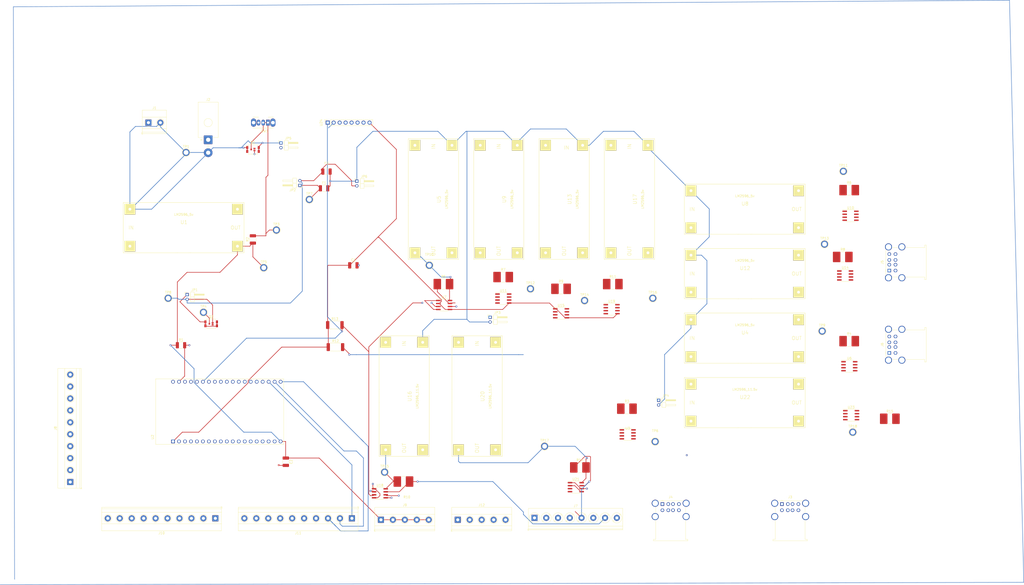
<source format=kicad_pcb>
(kicad_pcb (version 20211014) (generator pcbnew)
  (layers (0 "F.Cu" signal) (1 "In1.Cu" signal) (2 "In2.Cu" signal) (31 "B.Cu" signal) (34 "B.Paste" user) (35 "F.Paste" user) (36 "B.SilkS" user "B.Silkscreen") (37 "F.SilkS" user "F.Silkscreen") (38 "B.Mask" user) (39 "F.Mask" user) (44 "Edge.Cuts" user))
  (net 0 "")
  (net 1 "/power_conversion/pi 5v")
  (net 2 "-BATT")
  (net 3 "Net-(J9-Pad1)")
  (net 4 "Net-(F1-Pad1)")
  (net 5 "Net-(F1-Pad2)")
  (net 6 "/power_conversion/battery+")
  (net 7 "+BATT")
  (net 8 "/power_conversion/N4")
  (net 11 "/power_conversion/N3")
  (net 14 "/power_conversion/N1")
  (net 17 "/power_conversion/N2")
  (net 20 "/power_conversion/netpw")
  (net 23 "/power_conversion/pi3")
  (net 26 "/power_conversion/pi2")
  (net 29 "/power_conversion/pi1")
  (net 33 "/power_conversion/routerp")
  (net 34 "/power_conversion/spare1")
  (net 35 "/power_conversion/spare2")
  (net 36 "Net-(J8-Pad1)")
  (net 37 "Net-(J8-Pad2)")
  (net 38 "Net-(J8-Pad3)")
  (net 39 "Net-(J8-Pad4)")
  (net 40 "Net-(J8-Pad5)")
  (net 41 "Net-(J8-Pad6)")
  (net 42 "Net-(J8-Pad7)")
  (net 43 "Net-(J8-Pad8)")
  (net 44 "Net-(J8-Pad9)")
  (net 45 "Net-(J8-Pad10)")
  (net 46 "Net-(J10-Pad1)")
  (net 47 "Net-(J10-Pad2)")
  (net 48 "Net-(J10-Pad3)")
  (net 49 "Net-(J10-Pad4)")
  (net 50 "Net-(J10-Pad5)")
  (net 51 "Net-(J10-Pad6)")
  (net 52 "Net-(J10-Pad7)")
  (net 53 "Net-(J10-Pad8)")
  (net 54 "Net-(J10-Pad9)")
  (net 55 "Net-(J11-Pad1)")
  (net 56 "Net-(J11-Pad2)")
  (net 57 "Net-(J11-Pad3)")
  (net 58 "Net-(J11-Pad4)")
  (net 59 "Net-(J11-Pad5)")
  (net 60 "Net-(J11-Pad6)")
  (net 61 "Net-(J11-Pad7)")
  (net 62 "Net-(J11-Pad8)")
  (net 63 "Net-(J11-Pad9)")
  (net 64 "Net-(J11-Pad10)")
  (net 65 "Net-(JP1-Pad1)")
  (net 66 "Net-(JP3-Pad1)")
  (net 67 "Net-(JP4-Pad1)")
  (net 68 "Net-(Q1-Pad2)")
  (net 69 "Net-(Q2-Pad2)")
  (net 70 "Net-(R4-Pad2)")
  (net 71 "Net-(R5-Pad2)")
  (net 72 "Net-(R6-Pad2)")
  (net 73 "Net-(R7-Pad2)")
  (net 74 "Net-(R8-Pad2)")
  (net 75 "Net-(R9-Pad2)")
  (net 76 "Net-(R10-Pad2)")
  (net 77 "Net-(R11-Pad2)")
  (net 78 "/power_conversion/SCL")
  (net 79 "/power_conversion/SDA")
  (net 80 "Net-(R14-Pad2)")
  (net 81 "Net-(R15-Pad2)")
  (footprint "Package_SO:SOIC-8_3.9x4.9mm_P1.27mm" (layer "F.Cu") (at 397.764 306.324)
    (fp_text reference "U14")
    (fp_text value "INA219AxD")
  )
  (footprint "TerminalBlock_Phoenix:TerminalBlock_Phoenix_MKDS-1,5-10-5.08_1x10_P5.08mm_Horizontal" (layer "F.Cu") (at 130.048 409.651 180)
    (fp_text reference "J10")
    (fp_text value "Screw_Terminal_01x10")
  )
  (footprint "TestPoint:TestPoint_Plated_Hole_D2.0mm" (layer "F.Cu") (at 317 377)
    (fp_text reference "TP6")
    (fp_text value "TestPoint")
  )
  (footprint "Connector_PinHeader_2.00mm:PinHeader_1x02_P2.00mm_Horizontal" (layer "F.Cu") (at 157.936 249.952)
    (fp_text reference "JP5")
    (fp_text value "Jumper_2_Open")
  )
  (footprint "Connector_Molex:Molex_Mega-Fit_76825-0002_2x01_P5.70mm_Horizontal" (layer "F.Cu") (at 127 248.6)
    (fp_text reference "J2")
    (fp_text value "76825-0002")
  )
  (footprint "lm2596:DC_DC_LM2596_small" (layer "F.Cu") (at 355.092 278.13)
    (fp_text reference "U8")
    (fp_text value "LM2596_5v")
  )
  (footprint "TerminalBlock_Phoenix:TerminalBlock_Phoenix_MKDS-1,5-5-5.08_1x05_P5.08mm_Horizontal" (layer "F.Cu") (at 200.439 410.261)
    (fp_text reference "J9")
    (fp_text value "5v block")
  )
  (footprint "Resistor_SMD:R_2816_7142Metric_Pad3.20x4.45mm_HandSolder" (layer "F.Cu") (at 416.754 367.284)
    (fp_text reference "R15")
    (fp_text value "0.1")
  )
  (footprint "TestPoint:TestPoint_Plated_Hole_D2.0mm" (layer "F.Cu") (at 388 330)
    (fp_text reference "TP9")
    (fp_text value "TestPoint")
  )
  (footprint "Resistor_SMD:R_2816_7142Metric_Pad3.20x4.45mm_HandSolder" (layer "F.Cu") (at 305 363)
    (fp_text reference "R3")
    (fp_text value "0.1")
  )
  (footprint "Package_SO:SOIC-8_3.9x4.9mm_P1.27mm" (layer "F.Cu") (at 305.314 373.922)
    (fp_text reference "U3")
    (fp_text value "INA219AxD")
  )
  (footprint "lm2596:DC_DC_LM2596_small" (layer "F.Cu") (at 250.528666 273.812 -90)
    (fp_text reference "U9")
    (fp_text value "LM2596_5v")
  )
  (footprint "TestPoint:TestPoint_Plated_Hole_D2.0mm" (layer "F.Cu") (at 264 312)
    (fp_text reference "TP12")
    (fp_text value "TestPoint")
  )
  (footprint "lm2596:DC_DC_LM2596_small" (layer "F.Cu") (at 355.092 305.562)
    (fp_text reference "U12")
    (fp_text value "LM2596_5v")
  )
  (footprint "Resistor_SMD:R_2816_7142Metric_Pad3.20x4.45mm_HandSolder" (layer "F.Cu") (at 252.4 307)
    (fp_text reference "R7")
    (fp_text value "0.1")
  )
  (footprint "Capacitor_SMD:C_1210_3225Metric_Pad1.33x2.70mm_HandSolder" (layer "F.Cu") (at 188.722 302.006)
    (fp_text reference "C1")
    (fp_text value "0.1uF")
  )
  (footprint "Resistor_SMD:R_1210_3225Metric_Pad1.30x2.65mm_HandSolder" (layer "F.Cu") (at 115.45 336)
    (fp_text reference "R1")
    (fp_text value "10k")
  )
  (footprint "lm2596:DC_DC_LM2596_small" (layer "F.Cu") (at 355.092 332.994)
    (fp_text reference "U4")
    (fp_text value "LM2596_5v")
  )
  (footprint "TestPoint:TestPoint_Plated_Hole_D2.0mm" (layer "F.Cu") (at 170 274)
    (fp_text reference "TP7")
    (fp_text value "TestPoint")
  )
  (footprint "TestPoint:TestPoint_Plated_Hole_D2.0mm" (layer "F.Cu") (at 156 287)
    (fp_text reference "TP3")
    (fp_text value "TestPoint")
  )
  (footprint "Resistor_SMD:R_2816_7142Metric_Pad3.20x4.45mm_HandSolder" (layer "F.Cu") (at 227 310)
    (fp_text reference "R5")
    (fp_text value "0.1")
  )
  (footprint "TestPoint:TestPoint_Plated_Hole_D2.0mm" (layer "F.Cu") (at 150.622 303.022)
    (fp_text reference "TP5")
    (fp_text value "TestPoint")
  )
  (footprint "Resistor_SMD:R_1210_3225Metric_Pad1.30x2.65mm_HandSolder" (layer "F.Cu") (at 146 291 90)
    (fp_text reference "R2")
    (fp_text value "10k")
  )
  (footprint "lm2596:DC_DC_LM2596_small" (layer "F.Cu") (at 222.758 273.812 -90)
    (fp_text reference "U5")
    (fp_text value "LM2596_5v")
  )
  (footprint "TestPoint:TestPoint_Plated_Hole_D2.0mm" (layer "F.Cu") (at 316 316)
    (fp_text reference "TP16")
    (fp_text value "TestPoint")
  )
  (footprint "Resistor_SMD:R_2816_7142Metric_Pad3.20x4.45mm_HandSolder" (layer "F.Cu") (at 399.482 270.002)
    (fp_text reference "R6")
    (fp_text value "0.1")
  )
  (footprint "lm2596:DC_DC_LM2596_small" (layer "F.Cu") (at 241.3 357.632 -90)
    (fp_text reference "U20")
    (fp_text value "LM2596_11.5v")
  )
  (footprint "Package_SO:SOIC-8_3.9x4.9mm_P1.27mm" (layer "F.Cu") (at 400.05 280.924)
    (fp_text reference "U10")
    (fp_text value "INA219AxD")
  )
  (footprint "Connector_PinHeader_2.00mm:PinHeader_1x02_P2.00mm_Horizontal" (layer "F.Cu") (at 190.194 266.208)
    (fp_text reference "JP6")
    (fp_text value "Jumper_2_Open")
  )
  (footprint "TestPoint:TestPoint_Plated_Hole_D2.0mm" (layer "F.Cu") (at 202 390)
    (fp_text reference "TP15")
    (fp_text value "TestPoint")
  )
  (footprint "TestPoint:TestPoint_Plated_Hole_D2.0mm" (layer "F.Cu") (at 117.602 254)
    (fp_text reference "TP1")
    (fp_text value "TestPoint")
  )
  (footprint "lm2596:DC_DC_LM2596_small" (layer "F.Cu") (at 278.299332 273.812 -90)
    (fp_text reference "U13")
    (fp_text value "LM2596_5v")
  )
  (footprint "Package_SO:SOIC-8_3.9x4.9mm_P1.27mm" (layer "F.Cu") (at 277 322.414)
    (fp_text reference "U15")
    (fp_text value "INA219AxD")
  )
  (footprint "TerminalBlock_Phoenix:TerminalBlock_Phoenix_MKDS-1,5-10-5.08_1x10_P5.08mm_Horizontal" (layer "F.Cu") (at 68.377 394.208 90)
    (fp_text reference "J8")
    (fp_text value "Screw_Terminal_01x10")
  )
  (footprint "Package_SO:SOIC-8_3.9x4.9mm_P1.27mm" (layer "F.Cu") (at 227.314 318.89)
    (fp_text reference "U7")
    (fp_text value "INA219AxD")
  )
  (footprint "TerminalBlock_Phoenix:TerminalBlock_Phoenix_MKDS-1,5-2-5.08_1x02_P5.08mm_Horizontal" (layer "F.Cu") (at 101.6 241.3)
    (fp_text reference "J1")
    (fp_text value "Screw_Terminal_01x02")
  )
  (footprint "TestPoint:TestPoint_Plated_Hole_D2.0mm" (layer "F.Cu") (at 270 379)
    (fp_text reference "TP17")
    (fp_text value "TestPoint")
  )
  (footprint "Resistor_SMD:R_2816_7142Metric_Pad3.20x4.45mm_HandSolder" (layer "F.Cu") (at 399.482 334.264)
    (fp_text reference "R4")
    (fp_text value "0.1")
  )
  (footprint "TestPoint:TestPoint_Plated_Hole_D2.0mm" (layer "F.Cu") (at 389 293)
    (fp_text reference "TP13")
    (fp_text value "TestPoint")
  )
  (footprint "Package_DirectFET:DirectFET_ST" (layer "F.Cu") (at 128.27 326.898)
    (fp_text reference "Q2")
    (fp_text value "IRF6623")
  )
  (footprint "Resistor_SMD:R_2816_7142Metric_Pad3.20x4.45mm_HandSolder" (layer "F.Cu") (at 210 394 180)
    (fp_text reference "R10")
    (fp_text value "0.1")
  )
  (footprint "Capacitor_SMD:C_1210_3225Metric_Pad1.33x2.70mm_HandSolder" (layer "F.Cu") (at 160 385.5625 -90)
    (fp_text reference "C2")
    (fp_text value "0.1")
  )
  (footprint "Connector_USB:USB_A_Wuerth_61400826021_Horizontal_Stacked" (layer "F.Cu") (at 416.538 339.288 90)
    (fp_text reference "J6")
    (fp_text value "USB_A_Stacked")
  )
  (footprint "Connector_PinHeader_2.00mm:PinHeader_1x02_P2.00mm_Horizontal" (layer "F.Cu") (at 246.836 324.12)
    (fp_text reference "JP3")
    (fp_text value "Jumper_2_Open")
  )
  (footprint "lm2596:DC_DC_LM2596_small" (layer "F.Cu") (at 306.07 273.812 -90)
    (fp_text reference "U17")
    (fp_text value "LM2596_5v")
  )
  (footprint "Package_SO:SOIC-8_3.9x4.9mm_P1.27mm" (layer "F.Cu") (at 200 399)
    (fp_text reference "U18")
    (fp_text value "INA219AxD")
  )
  (footprint "Resistor_SMD:R_2512_6332Metric_Pad1.40x3.35mm_HandSolder" (layer "F.Cu") (at 180.846 327.406)
    (fp_text reference "R13")
    (fp_text value "3.3K")
  )
  (footprint "Connector_USB:USB_A_Wuerth_61400826021_Horizontal_Stacked" (layer "F.Cu") (at 370.896 403.584)
    (fp_text reference "J3")
    (fp_text value "USB_A_Stacked")
  )
  (footprint "Resistor_SMD:R_2816_7142Metric_Pad3.20x4.45mm_HandSolder" (layer "F.Cu") (at 396.748 298.45)
    (fp_text reference "R8")
    (fp_text value "0.1")
  )
  (footprint "Package_SO:SOIC-8_3.9x4.9mm_P1.27mm" (layer "F.Cu") (at 298.492 320.668)
    (fp_text reference "U19")
    (fp_text value "INA219AxD")
  )
  (footprint "Resistor_SMD:R_2816_7142Metric_Pad3.20x4.45mm_HandSolder" (layer "F.Cu") (at 285 388)
    (fp_text reference "R14")
    (fp_text value "0.1")
  )
  (footprint "Package_SO:SOIC-8_3.9x4.9mm_P1.27mm" (layer "F.Cu") (at 399.542 344.932)
    (fp_text reference "U6")
    (fp_text value "INA219AxD")
  )
  (footprint "Connector_USB:USB_A_Wuerth_61400826021_Horizontal_Stacked" (layer "F.Cu") (at 416.538 304.236 90)
    (fp_text reference "J5")
    (fp_text value "USB_A_Stacked")
  )
  (footprint "Button_Switch_THT:SW_CuK_OS102011MA1QN1_SPDT_Angled" (layer "F.Cu") (at 152.4 241.3 180)
    (fp_text reference "SW1")
    (fp_text value "SW_SPDT")
  )
  (footprint "TestPoint:TestPoint_Plated_Hole_D2.0mm" (layer "F.Cu") (at 401 373)
    (fp_text reference "TP18")
    (fp_text value "TestPoint")
  )
  (footprint "Connector_PinHeader_2.00mm:PinHeader_1x02_P2.00mm_Horizontal" (layer "F.Cu") (at 318.464 359.426)
    (fp_text reference "JP4")
    (fp_text value "Jumper_2_Open")
  )
  (footprint "Resistor_SMD:R_2512_6332Metric_Pad1.40x3.35mm_HandSolder" (layer "F.Cu") (at 181.102 336.804)
    (fp_text reference "R12")
    (fp_text value "3.3K")
  )
  (footprint "Package_SO:SOIC-8_3.9x4.9mm_P1.27mm" (layer "F.Cu") (at 252.46 316.144)
    (fp_text reference "U11")
    (fp_text value "INA219AxD")
  )
  (footprint "Connector_PinSocket_2.54mm:PinSocket_1x08_P2.54mm_Vertical" (layer "F.Cu") (at 177.8 241.3 90)
    (fp_text reference "U24")
    (fp_text value "MCP9808_MSOP")
  )
  (footprint "TerminalBlock_Phoenix:TerminalBlock_Phoenix_MKDS-1,5-5-5.08_1x05_P5.08mm_Horizontal" (layer "F.Cu") (at 233.0945 410.261)
    (fp_text reference "J12")
    (fp_text value "gnd block")
  )
  (footprint "Resistor_SMD:R_1210_3225Metric_Pad1.30x2.65mm_HandSolder" (layer "F.Cu") (at 176.276 269.24)
    (fp_text reference "F1")
    (fp_text value "1210L900SLPR")
  )
  (footprint "libary:MODULE_ESP32-DEVKITC-32D" (layer "F.Cu") (at 131.826 364.236 90)
    (fp_text reference "U2")
    (fp_text value "ESP32-DEVKITC-32D")
  )
  (footprint "Resistor_SMD:R_2816_7142Metric_Pad3.20x4.45mm_HandSolder" (layer "F.Cu") (at 277 312)
    (fp_text reference "R9")
    (fp_text value "0.1")
  )
  (footprint "Package_DirectFET:DirectFET_ST" (layer "F.Cu") (at 146.05 252.73)
    (fp_text reference "Q1")
    (fp_text value "IRF6623")
  )
  (footprint "Resistor_SMD:R_1210_3225Metric_Pad1.30x2.65mm_HandSolder" (layer "F.Cu") (at 177.292 262.128)
    (fp_text reference "F2")
    (fp_text value "1210L900SLPR")
  )
  (footprint "Connector_PinHeader_2.00mm:PinHeader_1x02_P2.00mm_Horizontal" (layer "F.Cu") (at 166 268 180)
    (fp_text reference "JP2")
    (fp_text value "Jumper_2_Open")
  )
  (footprint "Package_SO:SOIC-8_3.9x4.9mm_P1.27mm" (layer "F.Cu") (at 283.282 396.382)
    (fp_text reference "U21")
    (fp_text value "INA219AxD")
  )
  (footprint "lm2596:DC_DC_LM2596_small" (layer "F.Cu") (at 355.092 360.426)
    (fp_text reference "U22")
    (fp_text value "LM2596_11.5v")
  )
  (footprint "TestPoint:TestPoint_Plated_Hole_D2.0mm" (layer "F.Cu") (at 221 302)
    (fp_text reference "TP10")
    (fp_text value "TestPoint")
  )
  (footprint "Connector_USB:USB_A_Wuerth_61400826021_Horizontal_Stacked" (layer "F.Cu") (at 320.096 403.584)
    (fp_text reference "J4")
    (fp_text value "USB_A_Stacked")
  )
  (footprint "Resistor_SMD:R_2816_7142Metric_Pad3.20x4.45mm_HandSolder" (layer "F.Cu") (at 299 310)
    (fp_text reference "R11")
    (fp_text value "0.1")
  )
  (footprint "TerminalBlock_Phoenix:TerminalBlock_Phoenix_MKDS-1,5-10-5.08_1x10_P5.08mm_Horizontal" (layer "F.Cu") (at 188.1035 409.651 180)
    (fp_text reference "J11")
    (fp_text value "Screw_Terminal_01x10")
  )
  (footprint "lm2596:DC_DC_LM2596_small" (layer "F.Cu") (at 210.312 357.632 -90)
    (fp_text reference "U16")
    (fp_text value "LM2596_11.5v")
  )
  (footprint "TestPoint:TestPoint_Plated_Hole_D2.0mm" (layer "F.Cu") (at 110 316)
    (fp_text reference "TP8")
    (fp_text value "TestPoint")
  )
  (footprint "Connector_PinHeader_2.00mm:PinHeader_1x02_P2.00mm_Horizontal" (layer "F.Cu") (at 118.058 314.468)
    (fp_text reference "JP1")
    (fp_text value "Jumper_2_Open")
  )
  (footprint "lm2596:DC_DC_LM2596_small" (layer "F.Cu") (at 116.586 286.004)
    (fp_text reference "U1")
    (fp_text value "LM2596_5v")
  )
  (footprint "TestPoint:TestPoint_Plated_Hole_D2.0mm" (layer "F.Cu") (at 287 317)
    (fp_text reference "TP14")
    (fp_text value "TestPoint")
  )
  (footprint "TestPoint:TestPoint_Plated_Hole_D2.0mm" (layer "F.Cu") (at 125 322)
    (fp_text reference "TP4")
    (fp_text value "TestPoint")
  )
  (footprint "TestPoint:TestPoint_Plated_Hole_D2.0mm" (layer "F.Cu") (at 397 262)
    (fp_text reference "TP11")
    (fp_text value "TestPoint")
  )
  (footprint "TerminalBlock_Phoenix:TerminalBlock_Phoenix_PT-1,5-8-5.0-H_1x08_P5.00mm_Horizontal" (layer "F.Cu") (at 265.71 409.456)
    (fp_text reference "J7")
    (fp_text value "Screw_Terminal_01x08")
  )
  (footprint "Package_SO:SOIC-8_3.9x4.9mm_P1.27mm" (layer "F.Cu") (at 400.304 365.76)
    (fp_text reference "U23")
    (fp_text value "INA219AxD")
  )
  (gr_line (start 473.71 436.88) (end 467.614 189.23) (layer "B.Cu") (width 0.2))
  (gr_line (start 467.614 189.23) (end 44.196 192.024) (layer "B.Cu") (width 0.2))
  (gr_line (start 44.196 192.024) (end 44.704 435.61) (layer "B.Cu") (width 0.2))
  (gr_line (start 38.608 437.896) (end 473.71 436.88) (layer "B.Cu") (width 0.2))
  (via (at 330.454 382.778) (size 0.8) (drill 0.4) (layers "F.Cu" "B.Cu") (net 0))
  (segment (start 143.981489 352.018511) (end 123 373) (width 0.25) (layer "F.Cu") (net 1))
  (segment (start 187.1595 302.006) (end 178.006 302.006) (width 0.25) (layer "F.Cu") (net 1))
  (segment (start 225.215072 318.255) (end 224.839 318.255) (width 0.25) (layer "F.Cu") (net 1))
  (segment (start 272.065 318.049) (end 274.525 320.509) (width 0.25) (layer "F.Cu") (net 1))
  (segment (start 178.006 302.006) (end 177.796 302.216) (width 0.25) (layer "F.Cu") (net 1))
  (segment (start 187.1595 302.006) (end 207 282.1655) (width 0.25) (layer "F.Cu") (net 1))
  (segment (start 116.002 373) (end 112.066 376.936) (width 0.25) (layer "F.Cu") (net 1))
  (segment (start 178.052 336.804) (end 158.255984 336.804) (width 0.25) (layer "F.Cu") (net 1))
  (segment (start 279.475 324.319) (end 299.221 324.319) (width 0.25) (layer "F.Cu") (net 1))
  (segment (start 227.755072 320.795) (end 225.215072 318.255) (width 0.25) (layer "F.Cu") (net 1))
  (segment (start 282.840928 395.747) (end 280.807 395.747) (width 0.25) (layer "F.Cu") (net 1))
  (segment (start 278.711072 324.319) (end 279.475 324.319) (width 0.25) (layer "F.Cu") (net 1))
  (segment (start 274.901072 320.509) (end 278.711072 324.319) (width 0.25) (layer "F.Cu") (net 1))
  (segment (start 299.221 324.319) (end 300.967 322.573) (width 0.25) (layer "F.Cu") (net 1))
  (segment (start 158.255984 336.804) (end 143.981489 351.078495) (width 0.25) (layer "F.Cu") (net 1))
  (segment (start 226.13852 317.331552) (end 226.13852 316.638448) (width 0.25) (layer "F.Cu") (net 1))
  (segment (start 207 252.72) (end 195.58 241.3) (width 0.25) (layer "F.Cu") (net 1))
  (segment (start 143.981489 351.078495) (end 143.981489 352.018511) (width 0.25) (layer "F.Cu") (net 1))
  (segment (start 226.13852 316.638448) (end 199.582822 290.08275) (width 0.25) (layer "F.Cu") (net 1))
  (segment (start 178.052 327.662) (end 177.796 327.406) (width 0.25) (layer "F.Cu") (net 1))
  (segment (start 285.757 398.287) (end 285.380928 398.287) (width 0.25) (layer "F.Cu") (net 1))
  (segment (start 199.582822 290.08275) (end 199.08275 290.08275) (width 0.25) (layer "F.Cu") (net 1))
  (segment (start 177.796 302.216) (end 177.796 327.406) (width 0.25) (layer "F.Cu") (net 1))
  (segment (start 274.525 320.509) (end 274.901072 320.509) (width 0.25) (layer "F.Cu") (net 1))
  (segment (start 202.475 400.905) (end 204.905 400.905) (width 0.25) (layer "F.Cu") (net 1))
  (segment (start 254.935 318.049) (end 272.065 318.049) (width 0.25) (layer "F.Cu") (net 1))
  (segment (start 229.789 320.795) (end 252.189 320.795) (width 0.25) (layer "F.Cu") (net 1))
  (segment (start 123 373) (end 116.002 373) (width 0.25) (layer "F.Cu") (net 1))
  (segment (start 207 282.1655) (end 207 252.72) (width 0.25) (layer "F.Cu") (net 1))
  (segment (start 225.215072 318.255) (end 226.13852 317.331552) (width 0.25) (layer "F.Cu") (net 1))
  (segment (start 178.052 336.804) (end 178.052 327.662) (width 0.25) (layer "F.Cu") (net 1))
  (segment (start 285.380928 398.287) (end 282.840928 395.747) (width 0.25) (layer "F.Cu") (net 1))
  (segment (start 229.789 320.795) (end 227.755072 320.795) (width 0.25) (layer "F.Cu") (net 1))
  (segment (start 252.189 320.795) (end 254.935 318.049) (width 0.25) (layer "F.Cu") (net 1))
  (via (at 204.905 400.905) (size 0.8) (drill 0.4) (layers "F.Cu" "B.Cu") (net 1))
  (segment (start 190.2905 302) (end 190.2845 302.006) (width 0.25) (layer "F.Cu") (net 2))
  (segment (start 202.84 400) (end 202.475 399.635) (width 0.25) (layer "F.Cu") (net 2))
  (segment (start 197.16 398) (end 196 398) (width 0.25) (layer "F.Cu") (net 2))
  (segment (start 286.150072 397) (end 288 397) (width 0.25) (layer "F.Cu") (net 2))
  (segment (start 285.757 397.017) (end 286.133072 397.017) (width 0.25) (layer "F.Cu") (net 2))
  (segment (start 286.133072 397.017) (end 286.150072 397) (width 0.25) (layer "F.Cu") (net 2))
  (segment (start 160 387.125) (end 157.125 387.125) (width 0.25) (layer "F.Cu") (net 2))
  (segment (start 208 400) (end 202.84 400) (width 0.25) (layer "F.Cu") (net 2))
  (segment (start 197.525 398.365) (end 197.16 398) (width 0.25) (layer "F.Cu") (net 2))
  (segment (start 280.807 394.477) (end 282.840928 394.477) (width 0.25) (layer "F.Cu") (net 2))
  (segment (start 285.380928 397.017) (end 285.757 397.017) (width 0.25) (layer "F.Cu") (net 2))
  (segment (start 229.789 319.525) (end 232.475 319.525) (width 0.25) (layer "F.Cu") (net 2))
  (segment (start 282.840928 394.477) (end 285.380928 397.017) (width 0.25) (layer "F.Cu") (net 2))
  (segment (start 191 302) (end 190.2905 302) (width 0.25) (layer "F.Cu") (net 2))
  (segment (start 157.125 387.125) (end 157 387) (width 0.25) (layer "F.Cu") (net 2))
  (via (at 196 398) (size 0.8) (drill 0.4) (layers "F.Cu" "B.Cu") (net 2))
  (via (at 157 387) (size 0.8) (drill 0.4) (layers "F.Cu" "B.Cu") (remove_unused_layers) (net 2))
  (via (at 191 302) (size 0.8) (drill 0.4) (layers "F.Cu" "B.Cu") (net 2))
  (via (at 232.475 319.525) (size 0.8) (drill 0.4) (layers "F.Cu" "B.Cu") (net 2))
  (via (at 208 400) (size 0.8) (drill 0.4) (layers "F.Cu" "B.Cu") (net 2))
  (via (at 288 397) (size 0.8) (drill 0.4) (layers "F.Cu" "B.Cu") (net 2))
  (segment (start 157.786 376.936) (end 159.936 376.936) (width 0.25) (layer "F.Cu") (net 3))
  (segment (start 159.936 376.936) (end 159.943 376.936) (width 0.25) (layer "F.Cu") (net 3))
  (segment (start 113.9 309.1) (end 113.9 336) (width 0.25) (layer "F.Cu") (net 3))
  (segment (start 215.679 410.261) (end 220.759 410.261) (width 0.25) (layer "F.Cu") (net 3))
  (segment (start 139.446 293.878) (end 139.446 297.554) (width 0.25) (layer "F.Cu") (net 3))
  (segment (start 144.672 293.878) (end 146 292.55) (width 0.25) (layer "F.Cu") (net 3))
  (segment (start 200.439 410.261) (end 205.519 410.261) (width 0.25) (layer "F.Cu") (net 3))
  (segment (start 146 298.4) (end 150.622 303.022) (width 0.25) (layer "F.Cu") (net 3))
  (segment (start 160 384) (end 174.178 384) (width 0.25) (layer "F.Cu") (net 3))
  (segment (start 159.936 376.936) (end 159.936 383.936) (width 0.25) (layer "F.Cu") (net 3))
  (segment (start 210.599 410.261) (end 215.679 410.261) (width 0.25) (layer "F.Cu") (net 3))
  (segment (start 174.178 384) (end 200.439 410.261) (width 0.25) (layer "F.Cu") (net 3))
  (segment (start 139.446 293.878) (end 144.672 293.878) (width 0.25) (layer "F.Cu") (net 3))
  (segment (start 113.9 336) (end 111 336) (width 0.25) (layer "F.Cu") (net 3))
  (segment (start 132 305) (end 118 305) (width 0.25) (layer "F.Cu") (net 3))
  (segment (start 118 305) (end 113.9 309.1) (width 0.25) (layer "F.Cu") (net 3))
  (segment (start 159.936 383.936) (end 160 384) (width 0.25) (layer "F.Cu") (net 3))
  (segment (start 146 292.55) (end 146 298.4) (width 0.25) (layer "F.Cu") (net 3))
  (segment (start 139.446 297.554) (end 132 305) (width 0.25) (layer "F.Cu") (net 3))
  (segment (start 205.519 410.261) (end 210.599 410.261) (width 0.25) (layer "F.Cu") (net 3))
  (via (at 111 336) (size 0.8) (drill 0.4) (layers "F.Cu" "B.Cu") (net 3))
  (segment (start 121 351.872016) (end 142.127984 373) (width 0.25) (layer "B.Cu") (net 3))
  (segment (start 111 336) (end 121 346) (width 0.25) (layer "B.Cu") (net 3))
  (segment (start 142.127984 373) (end 153.85 373) (width 0.25) (layer "B.Cu") (net 3))
  (segment (start 153.85 373) (end 157.786 376.936) (width 0.25) (layer "B.Cu") (net 3))
  (segment (start 121 346) (end 121 351.872016) (width 0.25) (layer "B.Cu") (net 3))
  (segment (start 174.726 269.24) (end 174.726 269.274) (width 0.25) (layer "F.Cu") (net 4))
  (segment (start 174.726 269.274) (end 170 274) (width 0.25) (layer "F.Cu") (net 4))
  (segment (start 166 268) (end 173.486 268) (width 0.25) (layer "F.Cu") (net 4))
  (segment (start 173.486 268) (end 174.726 269.24) (width 0.25) (layer "F.Cu") (net 4))
  (segment (start 178.842 262.128) (end 178.842 266.158) (width 0.25) (layer "F.Cu") (net 5))
  (segment (start 178.842 266.158) (end 178.842 268.224) (width 0.25) (layer "F.Cu") (net 5))
  (segment (start 178.842 268.224) (end 177.826 269.24) (width 0.25) (layer "F.Cu") (net 5))
  (via (at 178.842 266.158) (size 0.8) (drill 0.4) (layers "F.Cu" "B.Cu") (net 5))
  (segment (start 224.68 245) (end 197 245) (width 0.25) (layer "B.Cu") (net 5))
  (segment (start 332.232 325.12) (end 332.232 328.768) (width 0.25) (layer "B.Cu") (net 5))
  (segment (start 332.232 297.688) (end 336.688 297.688) (width 0.25) (layer "B.Cu") (net 5))
  (segment (start 332.232 270.256) (end 340 278.024) (width 0.25) (layer "B.Cu") (net 5))
  (segment (start 178.892 266.208) (end 178.842 266.158) (width 0.25) (layer "B.Cu") (net 5))
  (segment (start 286.173332 250.952) (end 289.048 250.952) (width 0.25) (layer "B.Cu") (net 5))
  (segment (start 237 325) (end 238.12 326.12) (width 0.25) (layer "B.Cu") (net 5))
  (segment (start 237 245) (end 252.450666 245) (width 0.25) (layer "B.Cu") (net 5))
  (segment (start 190.194 251.806) (end 190.194 266.208) (width 0.25) (layer "B.Cu") (net 5))
  (segment (start 258.402666 249.597334) (end 264 244) (width 0.25) (layer "B.Cu") (net 5))
  (segment (start 237 325) (end 223 325) (width 0.25) (layer "B.Cu") (net 5))
  (segment (start 230.632 250.952) (end 224.68 245) (width 0.25) (layer "B.Cu") (net 5))
  (segment (start 339 318.352) (end 332.232 325.12) (width 0.25) (layer "B.Cu") (net 5))
  (segment (start 230.632 250.952) (end 236.584 245) (width 0.25) (layer "B.Cu") (net 5))
  (segment (start 336.688 297.688) (end 339 300) (width 0.25) (layer "B.Cu") (net 5))
  (segment (start 279.221332 244) (end 286.173332 250.952) (width 0.25) (layer "B.Cu") (net 5))
  (segment (start 321 340) (end 321 358.89) (width 0.25) (layer "B.Cu") (net 5))
  (segment (start 218.186 329.814) (end 218.186 334.772) (width 0.25) (layer "B.Cu") (net 5))
  (segment (start 340 278.024) (end 340 289.92) (width 0.25) (layer "B.Cu") (net 5))
  (segment (start 313.944 251.968) (end 332.232 270.256) (width 0.25) (layer "B.Cu") (net 5))
  (segment (start 313.944 250.952) (end 313.944 251.968) (width 0.25) (layer "B.Cu") (net 5))
  (segment (start 307.992 245) (end 313.944 250.952) (width 0.25) (layer "B.Cu") (net 5))
  (segment (start 238.12 326.12) (end 246.836 326.12) (width 0.25) (layer "B.Cu") (net 5))
  (segment (start 258.402666 250.952) (end 258.402666 249.597334) (width 0.25) (layer "B.Cu") (net 5))
  (segment (start 197 245) (end 190.194 251.806) (width 0.25) (layer "B.Cu") (net 5))
  (segment (start 340 289.92) (end 332.232 297.688) (width 0.25) (layer "B.Cu") (net 5))
  (segment (start 236.584 245) (end 237 245) (width 0.25) (layer "B.Cu") (net 5))
  (segment (start 295 245) (end 307.992 245) (width 0.25) (layer "B.Cu") (net 5))
  (segment (start 321 358.89) (end 318.464 361.426) (width 0.25) (layer "B.Cu") (net 5))
  (segment (start 190.194 266.208) (end 178.892 266.208) (width 0.25) (layer "B.Cu") (net 5))
  (segment (start 237 245) (end 237 325) (width 0.25) (layer "B.Cu") (net 5))
  (segment (start 223 325) (end 218.186 329.814) (width 0.25) (layer "B.Cu") (net 5))
  (segment (start 264 244) (end 279.221332 244) (width 0.25) (layer "B.Cu") (net 5))
  (segment (start 252.450666 245) (end 258.402666 250.952) (width 0.25) (layer "B.Cu") (net 5))
  (segment (start 332.232 328.768) (end 321 340) (width 0.25) (layer "B.Cu") (net 5))
  (segment (start 289.048 250.952) (end 295 245) (width 0.25) (layer "B.Cu") (net 5))
  (segment (start 339 300) (end 339 318.352) (width 0.25) (layer "B.Cu") (net 5))
  (segment (start 188.208 268.208) (end 190.194 268.208) (width 0.25) (layer "F.Cu") (net 6))
  (segment (start 177.386 259) (end 181 259) (width 0.25) (layer "F.Cu") (net 6))
  (segment (start 175.742 262.128) (end 175 261.386) (width 0.25) (layer "F.Cu") (net 6))
  (segment (start 126.468 316.468) (end 118.058 316.468) (width 0.25) (layer "F.Cu") (net 6))
  (segment (start 166 266) (end 171.87 266) (width 0.25) (layer "F.Cu") (net 6))
  (segment (start 175 261.386) (end 177.386 259) (width 0.25) (layer "F.Cu") (net 6))
  (segment (start 188 268) (end 188.208 268.208) (width 0.25) (layer "F.Cu") (net 6))
  (segment (start 128.895 326.483) (end 128.895 318.895) (width 0.25) (layer "F.Cu") (net 6))
  (segment (start 188 266) (end 188 268) (width 0.25) (layer "F.Cu") (net 6))
  (segment (start 128.895 318.895) (end 126.468 316.468) (width 0.25) (layer "F.Cu") (net 6))
  (segment (start 181 259) (end 188 266) (width 0.25) (layer "F.Cu") (net 6))
  (segment (start 128.895 326.483) (end 128.895 327.313) (width 0.25) (layer "F.Cu") (net 6))
  (segment (start 171.87 266) (end 175.742 262.128) (width 0.25) (layer "F.Cu") (net 6))
  (segment (start 166.999511 266.999511) (end 166 266) (width 0.25) (layer "B.Cu") (net 6))
  (segment (start 110 316) (end 114 316) (width 0.25) (layer "B.Cu") (net 6))
  (segment (start 161.942 318.058) (end 166.999511 313.000489) (width 0.25) (layer "B.Cu") (net 6))
  (segment (start 118.058 318.058) (end 161.942 318.058) (width 0.25) (layer "B.Cu") (net 6))
  (segment (start 118.058 316.468) (end 118.058 318.058) (width 0.25) (layer "B.Cu") (net 6))
  (segment (start 114.468 316.468) (end 118.058 316.468) (width 0.25) (layer "B.Cu") (net 6))
  (segment (start 166.999511 313.000489) (end 166.999511 266.999511) (width 0.25) (layer "B.Cu") (net 6))
  (segment (start 114 316) (end 114.468 316.468) (width 0.25) (layer "B.Cu") (net 6))
  (segment (start 148.505 251.905) (end 148.505 251.495) (width 0.25) (layer "F.Cu") (net 7))
  (segment (start 142.095 251.905) (end 142 252) (width 0.25) (layer "F.Cu") (net 7))
  (segment (start 148.505 253.555) (end 148.505 251.495) (width 0.25) (layer "F.Cu") (net 7))
  (segment (start 143.595 253.595) (end 143.595 253.555) (width 0.25) (layer "F.Cu") (net 7))
  (segment (start 148.505 251.495) (end 150.048 249.952) (width 0.25) (layer "F.Cu") (net 7))
  (segment (start 143.595 251.905) (end 142.095 251.905) (width 0.25) (layer "F.Cu") (net 7))
  (segment (start 148.505 253.555) (end 148.445 253.555) (width 0.25) (layer "F.Cu") (net 7))
  (segment (start 143.595 251.905) (end 143.595 253.555) (width 0.25) (layer "F.Cu") (net 7))
  (via (at 142 252) (size 0.8) (drill 0.4) (layers "F.Cu" "B.Cu") (net 7))
  (via (at 150.048 249.952) (size 0.8) (drill 0.4) (layers "F.Cu" "B.Cu") (net 7))
  (segment (start 117.602 254) (end 106.68 243.078) (width 0.25) (layer "B.Cu") (net 7))
  (segment (start 141 252) (end 144 249) (width 0.25) (layer "B.Cu") (net 7))
  (segment (start 140 252) (end 141 252) (width 0.25) (layer "B.Cu") (net 7))
  (segment (start 117.602 254.602) (end 94.074 278.13) (width 0.25) (layer "B.Cu") (net 7))
  (segment (start 126.9 254) (end 127 254.1) (width 0.25) (layer "B.Cu") (net 7))
  (segment (start 93.726 278.13) (end 102.97 278.13) (width 0.25) (layer "B.Cu") (net 7))
  (segment (start 102.97 278.13) (end 127 254.1) (width 0.25) (layer "B.Cu") (net 7))
  (segment (start 129.1 252) (end 140 252) (width 0.25) (layer "B.Cu") (net 7))
  (segment (start 96.075489 242.924511) (end 93.726 245.274) (width 0.25) (layer "B.Cu") (net 7))
  (segment (start 94.074 278.13) (end 93.726 278.13) (width 0.25) (layer "B.Cu") (net 7))
  (segment (start 117.602 254) (end 117.602 254.602) (width 0.25) (layer "B.Cu") (net 7))
  (segment (start 106.68 243.078) (end 106.68 241.3) (width 0.25) (layer "B.Cu") (net 7))
  (segment (start 127 254.1) (end 129.1 252) (width 0.25) (layer "B.Cu") (net 7))
  (segment (start 144 249) (end 144.952 249.952) (width 0.25) (layer "B.Cu") (net 7))
  (segment (start 150.048 249.952) (end 157.936 249.952) (width 0.25) (layer "B.Cu") (net 7))
  (segment (start 93.726 245.274) (end 93.726 278.13) (width 0.25) (layer "B.Cu") (net 7))
  (segment (start 140 252) (end 142 252) (width 0.25) (layer "B.Cu") (net 7))
  (segment (start 105.055489 242.924511) (end 96.075489 242.924511) (width 0.25) (layer "B.Cu") (net 7))
  (segment (start 117.602 254) (end 126.9 254) (width 0.25) (layer "B.Cu") (net 7))
  (segment (start 106.68 241.3) (end 105.055489 242.924511) (width 0.25) (layer "B.Cu") (net 7))
  (segment (start 144.952 249.952) (end 150.048 249.952) (width 0.25) (layer "B.Cu") (net 7))
  (segment (start 224.4 313.242072) (end 229.412928 318.255) (width 0.25) (layer "F.Cu") (net 14))
  (segment (start 224.4 310) (end 224.4 313.242072) (width 0.25) (layer "F.Cu") (net 14))
  (segment (start 229.412928 318.255) (end 229.789 318.255) (width 0.25) (layer "F.Cu") (net 14))
  (segment (start 230.044 318) (end 232 318) (width 0.25) (layer "F.Cu") (net 14))
  (segment (start 229.789 318.255) (end 230.044 318) (width 0.25) (layer "F.Cu") (net 14))
  (segment (start 212.6 394) (end 208.235 398.365) (width 0.25) (layer "F.Cu") (net 20))
  (segment (start 208.235 398.365) (end 202.475 398.365) (width 0.25) (layer "F.Cu") (net 20))
  (segment (start 212.6 394) (end 216 394) (width 0.25) (layer "F.Cu") (net 20))
  (via (at 216 394) (size 0.8) (drill 0.4) (layers "F.Cu" "B.Cu") (net 20))
  (segment (start 216 394) (end 248 394) (width 0.25) (layer "B.Cu") (net 20))
  (segment (start 265.004978 412) (end 293.166 412) (width 0.25) (layer "B.Cu") (net 20))
  (segment (start 261 407) (end 261 407.995022) (width 0.25) (layer "B.Cu") (net 20))
  (segment (start 293.166 412) (end 295.71 409.456) (width 0.25) (layer "B.Cu") (net 20))
  (segment (start 248 394) (end 261 407) (width 0.25) (layer "B.Cu") (net 20))
  (segment (start 261 407.995022) (end 265.004978 412) (width 0.25) (layer "B.Cu") (net 20))
  (segment (start 287.124511 383.275489) (end 289.275489 383.275489) (width 0.25) (layer "F.Cu") (net 34))
  (segment (start 285.757 395.747) (end 285.253 395.747) (width 0.25) (layer "F.Cu") (net 34))
  (segment (start 283 406.746) (end 285.71 409.456) (width 0.25) (layer "F.Cu") (net 34))
  (segment (start 289 394) (end 287.253 395.747) (width 0.25) (layer "F.Cu") (net 34))
  (segment (start 289.275489 383.275489) (end 289.52452 383.52452) (width 0.25) (layer "F.Cu") (net 34))
  (segment (start 289.52452 383.52452) (end 289.52452 393.47548) (width 0.25) (layer "F.Cu") (net 34))
  (segment (start 287.253 395.747) (end 285.757 395.747) (width 0.25) (layer "F.Cu") (net 34))
  (segment (start 282.4 388) (end 287.124511 383.275489) (width 0.25) (layer "F.Cu") (net 34))
  (segment (start 289.52452 393.47548) (end 289 394) (width 0.25) (layer "F.Cu") (net 34))
  (via (at 289 394) (size 0.8) (drill 0.4) (layers "F.Cu" "B.Cu") (net 34))
  (segment (start 289 394) (end 285.71 397.29) (width 0.25) (layer "B.Cu") (net 34))
  (segment (start 285.71 397.29) (end 285.71 409.456) (width 0.25) (layer "B.Cu") (net 34))
  (segment (start 188.1035 409.651) (end 188.1035 386.9335) (width 0.25) (layer "B.Cu") (net 55))
  (segment (start 188.1035 386.9335) (end 152.706 351.536) (width 0.25) (layer "B.Cu") (net 55))
  (segment (start 190 381) (end 184.71 381) (width 0.25) (layer "B.Cu") (net 56))
  (segment (start 193 413) (end 193 384) (width 0.25) (layer "B.Cu") (net 56))
  (segment (start 193 384) (end 190 381) (width 0.25) (layer "B.Cu") (net 56))
  (segment (start 184 413) (end 193 413) (width 0.25) (layer "B.Cu") (net 56))
  (segment (start 183.0235 409.651) (end 183.0235 412.0235) (width 0.25) (layer "B.Cu") (net 56))
  (segment (start 184.71 381) (end 155.246 351.536) (width 0.25) (layer "B.Cu") (net 56))
  (segment (start 183.0235 412.0235) (end 184 413) (width 0.25) (layer "B.Cu") (net 56))
  (segment (start 185 415) (end 195 415) (width 0.25) (layer "B.Cu") (net 57))
  (segment (start 183.2925 415) (end 185 415) (width 0.25) (layer "B.Cu") (net 57))
  (segment (start 167.536 351.536) (end 157.786 351.536) (width 0.25) (layer "B.Cu") (net 57))
  (segment (start 183 414.7075) (end 183.2925 415) (width 0.25) (layer "B.Cu") (net 57))
  (segment (start 193 377) (end 167.536 351.536) (width 0.25) (layer "B.Cu") (net 57))
  (segment (start 177.9435 409.651) (end 183 414.7075) (width 0.25) (layer "B.Cu") (net 57))
  (segment (start 177.9435 409.651) (end 181.2925 413) (width 0.25) (layer "B.Cu") (net 57))
  (segment (start 195 415) (end 195 379) (width 0.25) (layer "B.Cu") (net 57))
  (segment (start 195 379) (end 192 376) (width 0.25) (layer "B.Cu") (net 57))
  (segment (start 130.725 327.723) (end 130.725 326.073) (width 0.25) (layer "F.Cu") (net 65))
  (segment (start 126.029511 327.937511) (end 130.510489 327.937511) (width 0.25) (layer "F.Cu") (net 65))
  (segment (start 125.815 326.073) (end 125.815 327.723) (width 0.25) (layer "F.Cu") (net 65))
  (segment (start 130.510489 327.937511) (end 130.725 327.723) (width 0.25) (layer "F.Cu") (net 65))
  (segment (start 118.058 314.468) (end 115 317.526) (width 0.25) (layer "F.Cu") (net 65))
  (segment (start 125.815 327.723) (end 126.029511 327.937511) (width 0.25) (layer "F.Cu") (net 65))
  (segment (start 115 317.526) (end 123.547 326.073) (width 0.25) (layer "F.Cu") (net 65))
  (segment (start 146.675 253.145) (end 146.675 254.675) (width 0.25) (layer "F.Cu") (net 65))
  (segment (start 123.547 326.073) (end 125.815 326.073) (width 0.25) (layer "F.Cu") (net 65))
  (via (at 146.675 254.675) (size 0.8) (drill 0.4) (layers "F.Cu" "B.Cu") (net 65))
  (segment (start 146 289.45) (end 151.55 289.45) (width 0.25) (layer "F.Cu") (net 68))
  (segment (start 151.55 288.45) (end 151.55 264.55) (width 0.25) (layer "F.Cu") (net 68))
  (segment (start 153 287) (end 156 287) (width 0.25) (layer "F.Cu") (net 68))
  (segment (start 151.55 264.55) (end 152.4 263.7) (width 0.25) (layer "F.Cu") (net 68))
  (segment (start 151.55 288.45) (end 153 287) (width 0.25) (layer "F.Cu") (net 68))
  (segment (start 150.4 241.3) (end 150.4 244.6) (width 0.25) (layer "F.Cu") (net 68))
  (segment (start 150.4 244.6) (end 145.285 249.715) (width 0.25) (layer "F.Cu") (net 68))
  (segment (start 152.4 241.3) (end 150.4 241.3) (width 0.25) (layer "F.Cu") (net 68))
  (segment (start 145.285 249.715) (end 145.285 252.73) (width 0.25) (layer "F.Cu") (net 68))
  (segment (start 151.55 289.45) (end 151.55 288.45) (width 0.25) (layer "F.Cu") (net 68))
  (segment (start 152.4 263.7) (end 152.4 241.3) (width 0.25) (layer "F.Cu") (net 68))
  (segment (start 127.505 326.898) (end 127.505 324.505) (width 0.25) (layer "F.Cu") (net 69))
  (segment (start 127.505 324.505) (end 125 322) (width 0.25) (layer "F.Cu") (net 69))
  (segment (start 117 336) (end 119 336) (width 0.25) (layer "F.Cu") (net 69))
  (segment (start 117 349.142) (end 114.606 351.536) (width 0.25) (layer "F.Cu") (net 69))
  (segment (start 117 336) (end 117 349.142) (width 0.25) (layer "F.Cu") (net 69))
  (via (at 119 336) (size 0.8) (drill 0.4) (layers "F.Cu" "B.Cu") (net 69))
  (segment (start 229.6 316.796) (end 229.789 316.985) (width 0.25) (layer "F.Cu") (net 71))
  (segment (start 229.6 310) (end 230 309.6) (width 0.25) (layer "F.Cu") (net 71))
  (segment (start 230 309.6) (end 230 307) (width 0.25) (layer "F.Cu") (net 71))
  (segment (start 229.6 310) (end 229.6 316.796) (width 0.25) (layer "F.Cu") (net 71))
  (via (at 230 307) (size 0.8) (drill 0.4) (layers "F.Cu" "B.Cu") (net 71))
  (segment (start 221 302) (end 226 307) (width 0.25) (layer "B.Cu") (net 71))
  (segment (start 214.884 296.672) (end 215.672 296.672) (width 0.25) (layer "B.Cu") (net 71))
  (segment (start 215.672 296.672) (end 221 302) (width 0.25) (layer "B.Cu") (net 71))
  (segment (start 226 307) (end 230 307) (width 0.25) (layer "B.Cu") (net 71))
  (segment (start 205.57 394) (end 202.475 397.095) (width 0.25) (layer "F.Cu") (net 76))
  (segment (start 207.4 394) (end 206 394) (width 0.25) (layer "F.Cu") (net 76))
  (segment (start 206 394) (end 202 390) (width 0.25) (layer "F.Cu") (net 76))
  (segment (start 207.4 394) (end 205.57 394) (width 0.25) (layer "F.Cu") (net 76))
  (segment (start 202.438 380.492) (end 202.438 389.562) (width 0.25) (layer "B.Cu") (net 76))
  (segment (start 202.438 389.562) (end 202 390) (width 0.25) (layer "B.Cu") (net 76))
  (segment (start 224.447928 317) (end 219 317) (width 0.25) (layer "F.Cu") (net 78))
  (segment (start 219 317) (end 222.795 320.795) (width 0.25) (layer "F.Cu") (net 78))
  (segment (start 224.839 316.985) (end 224.462928 316.985) (width 0.25) (layer "F.Cu") (net 78))
  (segment (start 200 399.193928) (end 197.901072 397.095) (width 0.25) (layer "F.Cu") (net 78))
  (segment (start 197.525 400.905) (end 199.095 400.905) (width 0.25) (layer "F.Cu") (net 78))
  (segment (start 224.462928 316.985) (end 224.447928 317) (width 0.25) (layer "F.Cu") (net 78))
  (segment (start 199.095 400.905) (end 200 400) (width 0.25) (layer "F.Cu") (net 78))
  (segment (start 197.901072 397.095) (end 197.525 397.095) (width 0.25) (layer "F.Cu") (net 78))
  (segment (start 200 400) (end 200 399.193928) (width 0.25) (layer "F.Cu") (net 78))
  (segment (start 187 339.652) (end 187 340) (width 0.25) (layer "F.Cu") (net 78))
  (segment (start 197 396.57) (end 197 395) (width 0.25) (layer "F.Cu") (net 78))
  (segment (start 184.152 336.804) (end 187 339.652) (width 0.25) (layer "F.Cu") (net 78))
  (segment (start 222.795 320.795) (end 224.839 320.795) (width 0.25) (layer "F.Cu") (net 78))
  (segment (start 197.525 397.095) (end 197 396.57) (width 0.25) (layer "F.Cu") (net 78))
  (via (at 187 340) (size 0.8) (drill 0.4) (layers "F.Cu" "B.Cu") (net 78))
  (via (at 197 395) (size 0.8) (drill 0.4) (layers "F.Cu" "B.Cu") (net 78))
  (segment (start 178.117489 243.522511) (end 180.34 241.3) (width 0.25) (layer "B.Cu") (net 78))
  (segment (start 190 340) (end 259 340) (width 0.25) (layer "B.Cu") (net 78))
  (segment (start 259 340) (end 261 340) (width 0.25) (layer "B.Cu") (net 78))
  (segment (start 187 340) (end 190 340) (width 0.25) (layer "B.Cu") (net 78))
  (segment (start 195.275489 338.785489) (end 195.275489 336.713489) (width 0.25) (layer "F.Cu") (net 79))
  (segment (start 195.275489 336.713489) (end 213.988978 318) (width 0.25) (layer "F.Cu") (net 79))
  (segment (start 195.275489 399.275489) (end 195.275489 338.785489) (width 0.25) (layer "F.Cu") (net 79))
  (segment (start 223.525 319.525) (end 222 318) (width 0.25) (layer "F.Cu") (net 79))
  (segment (start 197.16 400) (end 196 400) (width 0.25) (layer "F.Cu") (net 79))
  (segment (start 197.525 399.635) (end 197.16 400) (width 0.25) (layer "F.Cu") (net 79))
  (segment (start 195.275489 338.785489) (end 183.896 327.406) (width 0.25) (layer "F.Cu") (net 79))
  (segment (start 213.988978 318) (end 218 318) (width 0.25) (layer "F.Cu") (net 79))
  (segment (start 196 400) (end 195.275489 399.275489) (width 0.25) (layer "F.Cu") (net 79))
  (segment (start 224.839 319.525) (end 223.525 319.525) (width 0.25) (layer "F.Cu") (net 79))
  (segment (start 183.896 327.406) (end 183.896 330.104) (width 0.25) (layer "F.Cu") (net 79))
  (via (at 218 318) (size 0.8) (drill 0.4) (layers "F.Cu" "B.Cu") (net 79))
  (via (at 183.896 330.104) (size 0.8) (drill 0.4) (layers "F.Cu" "B.Cu") (net 79))
  (via (at 222 318) (size 0.8) (drill 0.4) (layers "F.Cu" "B.Cu") (net 79))
  (segment (start 177.667969 241.432031) (end 177.8 241.3) (width 0.25) (layer "B.Cu") (net 79))
  (segment (start 181 333) (end 143.302 333) (width 0.25) (layer "B.Cu") (net 79))
  (segment (start 143.302 333) (end 124.766 351.536) (width 0.25) (layer "B.Cu") (net 79))
  (segment (start 183.896 330.104) (end 177.667969 323.875969) (width 0.25) (layer "B.Cu") (net 79))
  (segment (start 177.667969 323.875969) (end 177.667969 241.432031) (width 0.25) (layer "B.Cu") (net 79))
  (segment (start 183.896 330.104) (end 181 333) (width 0.25) (layer "B.Cu") (net 79))
  (segment (start 287.6 392.634) (end 285.757 394.477) (width 0.25) (layer "F.Cu") (net 80))
  (segment (start 287.6 384.4) (end 287.6 388) (width 0.25) (layer "F.Cu") (net 80))
  (segment (start 288 384) (end 287.6 384.4) (width 0.25) (layer "F.Cu") (net 80))
  (segment (start 287.6 388) (end 287.6 392.634) (width 0.25) (layer "F.Cu") (net 80))
  (via (at 288 384) (size 0.8) (drill 0.4) (layers "F.Cu" "B.Cu") (net 80))
  (segment (start 270 379) (end 283 379) (width 0.25) (layer "B.Cu") (net 80))
  (segment (start 234 386) (end 263 386) (width 0.25) (layer "B.Cu") (net 80))
  (segment (start 263 386) (end 270 379) (width 0.25) (layer "B.Cu") (net 80))
  (segment (start 233.426 380.492) (end 233.426 385.426) (width 0.25) (layer "B.Cu") (net 80))
  (segment (start 233.426 385.426) (end 234 386) (width 0.25) (layer "B.Cu") (net 80))
  (segment (start 283 379) (end 288 384) (width 0.25) (layer "B.Cu") (net 80))
)
</source>
